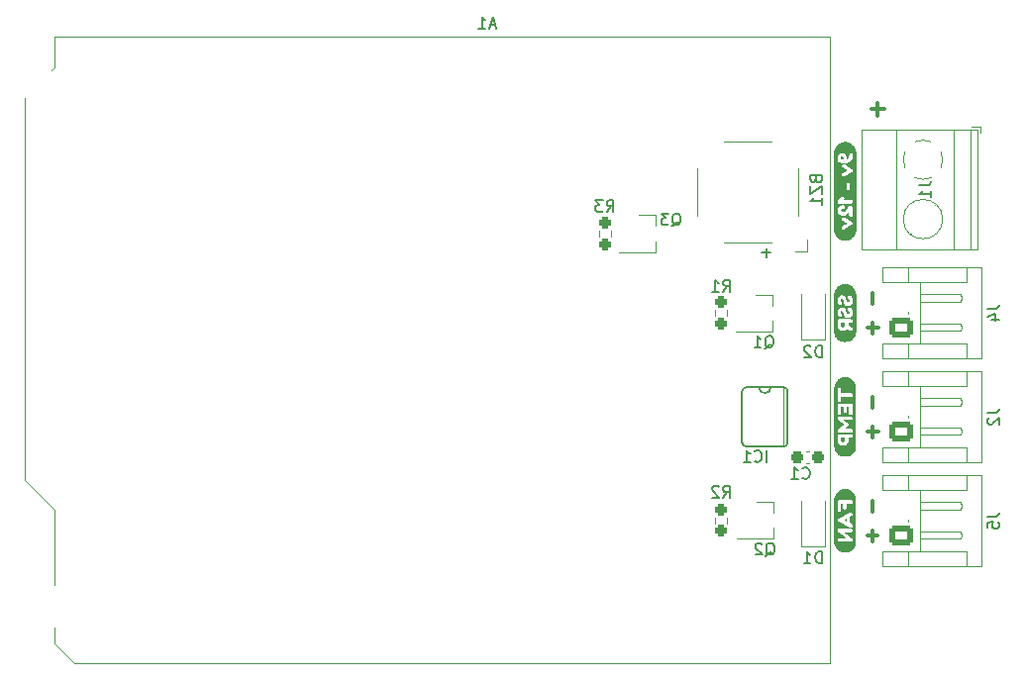
<source format=gbr>
G04 #@! TF.GenerationSoftware,KiCad,Pcbnew,(6.0.7)*
G04 #@! TF.CreationDate,2022-09-24T00:10:23+07:00*
G04 #@! TF.ProjectId,Reflow_Touch_shield_ESP32,5265666c-6f77-45f5-946f-7563685f7368,rev?*
G04 #@! TF.SameCoordinates,Original*
G04 #@! TF.FileFunction,Legend,Bot*
G04 #@! TF.FilePolarity,Positive*
%FSLAX46Y46*%
G04 Gerber Fmt 4.6, Leading zero omitted, Abs format (unit mm)*
G04 Created by KiCad (PCBNEW (6.0.7)) date 2022-09-24 00:10:23*
%MOMM*%
%LPD*%
G01*
G04 APERTURE LIST*
G04 Aperture macros list*
%AMRoundRect*
0 Rectangle with rounded corners*
0 $1 Rounding radius*
0 $2 $3 $4 $5 $6 $7 $8 $9 X,Y pos of 4 corners*
0 Add a 4 corners polygon primitive as box body*
4,1,4,$2,$3,$4,$5,$6,$7,$8,$9,$2,$3,0*
0 Add four circle primitives for the rounded corners*
1,1,$1+$1,$2,$3*
1,1,$1+$1,$4,$5*
1,1,$1+$1,$6,$7*
1,1,$1+$1,$8,$9*
0 Add four rect primitives between the rounded corners*
20,1,$1+$1,$2,$3,$4,$5,0*
20,1,$1+$1,$4,$5,$6,$7,0*
20,1,$1+$1,$6,$7,$8,$9,0*
20,1,$1+$1,$8,$9,$2,$3,0*%
G04 Aperture macros list end*
%ADD10C,0.375000*%
%ADD11C,0.300000*%
%ADD12C,0.150000*%
%ADD13C,0.120000*%
%ADD14C,0.050800*%
%ADD15C,0.152400*%
%ADD16RoundRect,0.250000X0.750000X-0.600000X0.750000X0.600000X-0.750000X0.600000X-0.750000X-0.600000X0*%
%ADD17O,2.000000X1.700000*%
%ADD18R,1.600000X1.600000*%
%ADD19O,1.600000X1.600000*%
%ADD20RoundRect,0.237500X0.237500X-0.250000X0.237500X0.250000X-0.237500X0.250000X-0.237500X-0.250000X0*%
%ADD21R,1.900000X0.800000*%
%ADD22R,1.200000X0.900000*%
%ADD23R,2.500000X2.500000*%
%ADD24R,2.600000X2.600000*%
%ADD25C,2.600000*%
%ADD26RoundRect,0.237500X-0.300000X-0.237500X0.300000X-0.237500X0.300000X0.237500X-0.300000X0.237500X0*%
%ADD27C,3.800000*%
%ADD28C,1.800000*%
%ADD29R,2.032000X0.660400*%
G04 APERTURE END LIST*
D10*
X159575428Y-52431142D02*
X158432571Y-52431142D01*
X159004000Y-53002571D02*
X159004000Y-51859714D01*
D11*
X158547545Y-88442857D02*
X158547545Y-89357142D01*
X159004688Y-88900000D02*
X158090402Y-88900000D01*
X158547545Y-85902857D02*
X158547545Y-86817142D01*
X158581714Y-79552857D02*
X158581714Y-80467142D01*
X159038857Y-80010000D02*
X158124571Y-80010000D01*
X158581714Y-77012857D02*
X158581714Y-77927142D01*
X158581714Y-68122857D02*
X158581714Y-69037142D01*
X158581714Y-70662857D02*
X158581714Y-71577142D01*
X159038857Y-71120000D02*
X158124571Y-71120000D01*
D12*
X168388380Y-87276666D02*
X169102666Y-87276666D01*
X169245523Y-87229047D01*
X169340761Y-87133809D01*
X169388380Y-86990952D01*
X169388380Y-86895714D01*
X168388380Y-88229047D02*
X168388380Y-87752857D01*
X168864571Y-87705238D01*
X168816952Y-87752857D01*
X168769333Y-87848095D01*
X168769333Y-88086190D01*
X168816952Y-88181428D01*
X168864571Y-88229047D01*
X168959809Y-88276666D01*
X169197904Y-88276666D01*
X169293142Y-88229047D01*
X169340761Y-88181428D01*
X169388380Y-88086190D01*
X169388380Y-87848095D01*
X169340761Y-87752857D01*
X169293142Y-87705238D01*
X168388380Y-78386666D02*
X169102666Y-78386666D01*
X169245523Y-78339047D01*
X169340761Y-78243809D01*
X169388380Y-78100952D01*
X169388380Y-78005714D01*
X168483619Y-78815238D02*
X168436000Y-78862857D01*
X168388380Y-78958095D01*
X168388380Y-79196190D01*
X168436000Y-79291428D01*
X168483619Y-79339047D01*
X168578857Y-79386666D01*
X168674095Y-79386666D01*
X168816952Y-79339047D01*
X169388380Y-78767619D01*
X169388380Y-79386666D01*
X168388380Y-69496666D02*
X169102666Y-69496666D01*
X169245523Y-69449047D01*
X169340761Y-69353809D01*
X169388380Y-69210952D01*
X169388380Y-69115714D01*
X168721714Y-70401428D02*
X169388380Y-70401428D01*
X168340761Y-70163333D02*
X169055047Y-69925238D01*
X169055047Y-70544285D01*
X126317285Y-45226666D02*
X125841095Y-45226666D01*
X126412523Y-45512380D02*
X126079190Y-44512380D01*
X125745857Y-45512380D01*
X124888714Y-45512380D02*
X125460142Y-45512380D01*
X125174428Y-45512380D02*
X125174428Y-44512380D01*
X125269666Y-44655238D01*
X125364904Y-44750476D01*
X125460142Y-44798095D01*
X135828066Y-61209180D02*
X136161400Y-60732990D01*
X136399495Y-61209180D02*
X136399495Y-60209180D01*
X136018542Y-60209180D01*
X135923304Y-60256800D01*
X135875685Y-60304419D01*
X135828066Y-60399657D01*
X135828066Y-60542514D01*
X135875685Y-60637752D01*
X135923304Y-60685371D01*
X136018542Y-60732990D01*
X136399495Y-60732990D01*
X135494733Y-60209180D02*
X134875685Y-60209180D01*
X135209019Y-60590133D01*
X135066161Y-60590133D01*
X134970923Y-60637752D01*
X134923304Y-60685371D01*
X134875685Y-60780609D01*
X134875685Y-61018704D01*
X134923304Y-61113942D01*
X134970923Y-61161561D01*
X135066161Y-61209180D01*
X135351876Y-61209180D01*
X135447114Y-61161561D01*
X135494733Y-61113942D01*
X145784866Y-85643980D02*
X146118200Y-85167790D01*
X146356295Y-85643980D02*
X146356295Y-84643980D01*
X145975342Y-84643980D01*
X145880104Y-84691600D01*
X145832485Y-84739219D01*
X145784866Y-84834457D01*
X145784866Y-84977314D01*
X145832485Y-85072552D01*
X145880104Y-85120171D01*
X145975342Y-85167790D01*
X146356295Y-85167790D01*
X145403914Y-84739219D02*
X145356295Y-84691600D01*
X145261057Y-84643980D01*
X145022961Y-84643980D01*
X144927723Y-84691600D01*
X144880104Y-84739219D01*
X144832485Y-84834457D01*
X144832485Y-84929695D01*
X144880104Y-85072552D01*
X145451533Y-85643980D01*
X144832485Y-85643980D01*
X145784866Y-68016380D02*
X146118200Y-67540190D01*
X146356295Y-68016380D02*
X146356295Y-67016380D01*
X145975342Y-67016380D01*
X145880104Y-67064000D01*
X145832485Y-67111619D01*
X145784866Y-67206857D01*
X145784866Y-67349714D01*
X145832485Y-67444952D01*
X145880104Y-67492571D01*
X145975342Y-67540190D01*
X146356295Y-67540190D01*
X144832485Y-68016380D02*
X145403914Y-68016380D01*
X145118200Y-68016380D02*
X145118200Y-67016380D01*
X145213438Y-67159238D01*
X145308676Y-67254476D01*
X145403914Y-67302095D01*
X141395438Y-62422019D02*
X141490676Y-62374400D01*
X141585914Y-62279161D01*
X141728771Y-62136304D01*
X141824009Y-62088685D01*
X141919247Y-62088685D01*
X141871628Y-62326780D02*
X141966866Y-62279161D01*
X142062104Y-62183923D01*
X142109723Y-61993447D01*
X142109723Y-61660114D01*
X142062104Y-61469638D01*
X141966866Y-61374400D01*
X141871628Y-61326780D01*
X141681152Y-61326780D01*
X141585914Y-61374400D01*
X141490676Y-61469638D01*
X141443057Y-61660114D01*
X141443057Y-61993447D01*
X141490676Y-62183923D01*
X141585914Y-62279161D01*
X141681152Y-62326780D01*
X141871628Y-62326780D01*
X141109723Y-61326780D02*
X140490676Y-61326780D01*
X140824009Y-61707733D01*
X140681152Y-61707733D01*
X140585914Y-61755352D01*
X140538295Y-61802971D01*
X140490676Y-61898209D01*
X140490676Y-62136304D01*
X140538295Y-62231542D01*
X140585914Y-62279161D01*
X140681152Y-62326780D01*
X140966866Y-62326780D01*
X141062104Y-62279161D01*
X141109723Y-62231542D01*
X149421838Y-90626819D02*
X149517076Y-90579200D01*
X149612314Y-90483961D01*
X149755171Y-90341104D01*
X149850409Y-90293485D01*
X149945647Y-90293485D01*
X149898028Y-90531580D02*
X149993266Y-90483961D01*
X150088504Y-90388723D01*
X150136123Y-90198247D01*
X150136123Y-89864914D01*
X150088504Y-89674438D01*
X149993266Y-89579200D01*
X149898028Y-89531580D01*
X149707552Y-89531580D01*
X149612314Y-89579200D01*
X149517076Y-89674438D01*
X149469457Y-89864914D01*
X149469457Y-90198247D01*
X149517076Y-90388723D01*
X149612314Y-90483961D01*
X149707552Y-90531580D01*
X149898028Y-90531580D01*
X149088504Y-89626819D02*
X149040885Y-89579200D01*
X148945647Y-89531580D01*
X148707552Y-89531580D01*
X148612314Y-89579200D01*
X148564695Y-89626819D01*
X148517076Y-89722057D01*
X148517076Y-89817295D01*
X148564695Y-89960152D01*
X149136123Y-90531580D01*
X148517076Y-90531580D01*
X149345638Y-72897619D02*
X149440876Y-72850000D01*
X149536114Y-72754761D01*
X149678971Y-72611904D01*
X149774209Y-72564285D01*
X149869447Y-72564285D01*
X149821828Y-72802380D02*
X149917066Y-72754761D01*
X150012304Y-72659523D01*
X150059923Y-72469047D01*
X150059923Y-72135714D01*
X150012304Y-71945238D01*
X149917066Y-71850000D01*
X149821828Y-71802380D01*
X149631352Y-71802380D01*
X149536114Y-71850000D01*
X149440876Y-71945238D01*
X149393257Y-72135714D01*
X149393257Y-72469047D01*
X149440876Y-72659523D01*
X149536114Y-72754761D01*
X149631352Y-72802380D01*
X149821828Y-72802380D01*
X148440876Y-72802380D02*
X149012304Y-72802380D01*
X148726590Y-72802380D02*
X148726590Y-71802380D01*
X148821828Y-71945238D01*
X148917066Y-72040476D01*
X149012304Y-72088095D01*
X154204895Y-73629780D02*
X154204895Y-72629780D01*
X153966800Y-72629780D01*
X153823942Y-72677400D01*
X153728704Y-72772638D01*
X153681085Y-72867876D01*
X153633466Y-73058352D01*
X153633466Y-73201209D01*
X153681085Y-73391685D01*
X153728704Y-73486923D01*
X153823942Y-73582161D01*
X153966800Y-73629780D01*
X154204895Y-73629780D01*
X153252514Y-72725019D02*
X153204895Y-72677400D01*
X153109657Y-72629780D01*
X152871561Y-72629780D01*
X152776323Y-72677400D01*
X152728704Y-72725019D01*
X152681085Y-72820257D01*
X152681085Y-72915495D01*
X152728704Y-73058352D01*
X153300133Y-73629780D01*
X152681085Y-73629780D01*
X154204895Y-91257380D02*
X154204895Y-90257380D01*
X153966800Y-90257380D01*
X153823942Y-90305000D01*
X153728704Y-90400238D01*
X153681085Y-90495476D01*
X153633466Y-90685952D01*
X153633466Y-90828809D01*
X153681085Y-91019285D01*
X153728704Y-91114523D01*
X153823942Y-91209761D01*
X153966800Y-91257380D01*
X154204895Y-91257380D01*
X152681085Y-91257380D02*
X153252514Y-91257380D01*
X152966800Y-91257380D02*
X152966800Y-90257380D01*
X153062038Y-90400238D01*
X153157276Y-90495476D01*
X153252514Y-90543095D01*
X153707371Y-58431247D02*
X153754990Y-58574104D01*
X153802609Y-58621723D01*
X153897847Y-58669342D01*
X154040704Y-58669342D01*
X154135942Y-58621723D01*
X154183561Y-58574104D01*
X154231180Y-58478866D01*
X154231180Y-58097914D01*
X153231180Y-58097914D01*
X153231180Y-58431247D01*
X153278800Y-58526485D01*
X153326419Y-58574104D01*
X153421657Y-58621723D01*
X153516895Y-58621723D01*
X153612133Y-58574104D01*
X153659752Y-58526485D01*
X153707371Y-58431247D01*
X153707371Y-58097914D01*
X153231180Y-59002676D02*
X153231180Y-59669342D01*
X154231180Y-59002676D01*
X154231180Y-59669342D01*
X154231180Y-60574104D02*
X154231180Y-60002676D01*
X154231180Y-60288390D02*
X153231180Y-60288390D01*
X153374038Y-60193152D01*
X153469276Y-60097914D01*
X153516895Y-60002676D01*
X149859752Y-64683628D02*
X149097847Y-64683628D01*
X149478800Y-65064580D02*
X149478800Y-64302676D01*
X162520380Y-58950266D02*
X163234666Y-58950266D01*
X163377523Y-58902647D01*
X163472761Y-58807409D01*
X163520380Y-58664552D01*
X163520380Y-58569314D01*
X163520380Y-59950266D02*
X163520380Y-59378838D01*
X163520380Y-59664552D02*
X162520380Y-59664552D01*
X162663238Y-59569314D01*
X162758476Y-59474076D01*
X162806095Y-59378838D01*
X152566666Y-83956142D02*
X152614285Y-84003761D01*
X152757142Y-84051380D01*
X152852380Y-84051380D01*
X152995238Y-84003761D01*
X153090476Y-83908523D01*
X153138095Y-83813285D01*
X153185714Y-83622809D01*
X153185714Y-83479952D01*
X153138095Y-83289476D01*
X153090476Y-83194238D01*
X152995238Y-83099000D01*
X152852380Y-83051380D01*
X152757142Y-83051380D01*
X152614285Y-83099000D01*
X152566666Y-83146619D01*
X151614285Y-84051380D02*
X152185714Y-84051380D01*
X151900000Y-84051380D02*
X151900000Y-83051380D01*
X151995238Y-83194238D01*
X152090476Y-83289476D01*
X152185714Y-83337095D01*
X149528190Y-82592380D02*
X149528190Y-81592380D01*
X148480571Y-82497142D02*
X148528190Y-82544761D01*
X148671047Y-82592380D01*
X148766285Y-82592380D01*
X148909142Y-82544761D01*
X149004380Y-82449523D01*
X149052000Y-82354285D01*
X149099619Y-82163809D01*
X149099619Y-82020952D01*
X149052000Y-81830476D01*
X149004380Y-81735238D01*
X148909142Y-81640000D01*
X148766285Y-81592380D01*
X148671047Y-81592380D01*
X148528190Y-81640000D01*
X148480571Y-81687619D01*
X147528190Y-82592380D02*
X148099619Y-82592380D01*
X147813904Y-82592380D02*
X147813904Y-81592380D01*
X147909142Y-81735238D01*
X148004380Y-81830476D01*
X148099619Y-81878095D01*
D13*
X166046000Y-86040000D02*
X162626000Y-86040000D01*
X166626000Y-84970000D02*
X161626000Y-84970000D01*
X162626000Y-90250000D02*
X162626000Y-84970000D01*
X159426000Y-84970000D02*
X161626000Y-84970000D01*
X166126000Y-86360000D02*
X166046000Y-86040000D01*
X162626000Y-86040000D02*
X162626000Y-86360000D01*
X161626000Y-87690000D02*
X161626000Y-87530000D01*
X167846000Y-83750000D02*
X159426000Y-83750000D01*
X166626000Y-90250000D02*
X161626000Y-90250000D01*
X166626000Y-91470000D02*
X166626000Y-90250000D01*
X162626000Y-88860000D02*
X162626000Y-89180000D01*
X162626000Y-89180000D02*
X166046000Y-89180000D01*
X166126000Y-88860000D02*
X166046000Y-88540000D01*
X159426000Y-90250000D02*
X159426000Y-91470000D01*
X162626000Y-86360000D02*
X162626000Y-86680000D01*
X159426000Y-83750000D02*
X159426000Y-84970000D01*
X167846000Y-91470000D02*
X167846000Y-83750000D01*
X166046000Y-86680000D02*
X166126000Y-86360000D01*
X166046000Y-89180000D02*
X166126000Y-88860000D01*
X159426000Y-91470000D02*
X167846000Y-91470000D01*
X162626000Y-88540000D02*
X162626000Y-88860000D01*
X161626000Y-84970000D02*
X161626000Y-83750000D01*
X161626000Y-90250000D02*
X161626000Y-91470000D01*
X166046000Y-88540000D02*
X162626000Y-88540000D01*
X166626000Y-83750000D02*
X166626000Y-84970000D01*
X161626000Y-90250000D02*
X159426000Y-90250000D01*
X162626000Y-86680000D02*
X166046000Y-86680000D01*
X162626000Y-77790000D02*
X166046000Y-77790000D01*
X161626000Y-81360000D02*
X159426000Y-81360000D01*
X166626000Y-74860000D02*
X166626000Y-76080000D01*
X166046000Y-79650000D02*
X162626000Y-79650000D01*
X161626000Y-81360000D02*
X161626000Y-82580000D01*
X161626000Y-76080000D02*
X161626000Y-74860000D01*
X162626000Y-79650000D02*
X162626000Y-79970000D01*
X159426000Y-82580000D02*
X167846000Y-82580000D01*
X166046000Y-80290000D02*
X166126000Y-79970000D01*
X166046000Y-77790000D02*
X166126000Y-77470000D01*
X167846000Y-82580000D02*
X167846000Y-74860000D01*
X159426000Y-74860000D02*
X159426000Y-76080000D01*
X162626000Y-77470000D02*
X162626000Y-77790000D01*
X159426000Y-81360000D02*
X159426000Y-82580000D01*
X166126000Y-79970000D02*
X166046000Y-79650000D01*
X162626000Y-80290000D02*
X166046000Y-80290000D01*
X162626000Y-79970000D02*
X162626000Y-80290000D01*
X166626000Y-82580000D02*
X166626000Y-81360000D01*
X166626000Y-81360000D02*
X161626000Y-81360000D01*
X167846000Y-74860000D02*
X159426000Y-74860000D01*
X161626000Y-78800000D02*
X161626000Y-78640000D01*
X162626000Y-77150000D02*
X162626000Y-77470000D01*
X166126000Y-77470000D02*
X166046000Y-77150000D01*
X159426000Y-76080000D02*
X161626000Y-76080000D01*
X162626000Y-81360000D02*
X162626000Y-76080000D01*
X166626000Y-76080000D02*
X161626000Y-76080000D01*
X166046000Y-77150000D02*
X162626000Y-77150000D01*
X162626000Y-68900000D02*
X166046000Y-68900000D01*
X161626000Y-72470000D02*
X159426000Y-72470000D01*
X166626000Y-65970000D02*
X166626000Y-67190000D01*
X166046000Y-70760000D02*
X162626000Y-70760000D01*
X161626000Y-72470000D02*
X161626000Y-73690000D01*
X161626000Y-67190000D02*
X161626000Y-65970000D01*
X162626000Y-70760000D02*
X162626000Y-71080000D01*
X159426000Y-73690000D02*
X167846000Y-73690000D01*
X166046000Y-71400000D02*
X166126000Y-71080000D01*
X166046000Y-68900000D02*
X166126000Y-68580000D01*
X167846000Y-73690000D02*
X167846000Y-65970000D01*
X159426000Y-65970000D02*
X159426000Y-67190000D01*
X162626000Y-68580000D02*
X162626000Y-68900000D01*
X159426000Y-72470000D02*
X159426000Y-73690000D01*
X166126000Y-71080000D02*
X166046000Y-70760000D01*
X162626000Y-71400000D02*
X166046000Y-71400000D01*
X162626000Y-71080000D02*
X162626000Y-71400000D01*
X166626000Y-73690000D02*
X166626000Y-72470000D01*
X166626000Y-72470000D02*
X161626000Y-72470000D01*
X167846000Y-65970000D02*
X159426000Y-65970000D01*
X161626000Y-69910000D02*
X161626000Y-69750000D01*
X162626000Y-68260000D02*
X162626000Y-68580000D01*
X166126000Y-68580000D02*
X166046000Y-68260000D01*
X159426000Y-67190000D02*
X161626000Y-67190000D01*
X162626000Y-72470000D02*
X162626000Y-67190000D01*
X166626000Y-67190000D02*
X161626000Y-67190000D01*
X166046000Y-68260000D02*
X162626000Y-68260000D01*
G36*
X157151331Y-62803950D02*
G01*
X157137710Y-62895771D01*
X157115156Y-62985813D01*
X157083884Y-63073212D01*
X157044196Y-63157125D01*
X156996475Y-63236743D01*
X156941179Y-63311301D01*
X156878842Y-63380079D01*
X156810063Y-63442417D01*
X156735506Y-63497712D01*
X156655887Y-63545434D01*
X156571975Y-63585122D01*
X156484576Y-63616393D01*
X156394533Y-63638948D01*
X156302713Y-63652568D01*
X156210000Y-63657123D01*
X156117287Y-63652568D01*
X156025467Y-63638948D01*
X155935424Y-63616393D01*
X155848025Y-63585122D01*
X155764113Y-63545434D01*
X155684494Y-63497712D01*
X155609937Y-63442417D01*
X155541158Y-63380079D01*
X155478821Y-63311301D01*
X155423525Y-63236743D01*
X155375804Y-63157125D01*
X155336116Y-63073212D01*
X155304844Y-62985813D01*
X155282290Y-62895771D01*
X155268669Y-62803950D01*
X155264115Y-62711237D01*
X155264115Y-61844952D01*
X155918376Y-61844952D01*
X155941951Y-61905198D01*
X156012674Y-61951473D01*
X156452729Y-62180232D01*
X156012674Y-62408991D01*
X155964652Y-62437804D01*
X155934966Y-62468363D01*
X155920122Y-62524243D01*
X155956794Y-62620287D01*
X156012674Y-62688391D01*
X156072046Y-62711092D01*
X156168090Y-62676167D01*
X156788009Y-62314693D01*
X156841269Y-62258813D01*
X156864844Y-62182851D01*
X156846508Y-62111255D01*
X156808964Y-62063233D01*
X156789755Y-62047517D01*
X156168090Y-61684297D01*
X156073792Y-61649372D01*
X156013110Y-61672073D01*
X155956794Y-61740177D01*
X155918376Y-61844952D01*
X155264115Y-61844952D01*
X155264115Y-61073983D01*
X155556902Y-61073983D01*
X155573104Y-61205436D01*
X155621708Y-61319234D01*
X155702714Y-61415374D01*
X155804482Y-61488135D01*
X155915369Y-61531791D01*
X156035375Y-61546343D01*
X156132292Y-61535429D01*
X156223970Y-61502687D01*
X156304298Y-61454665D01*
X156367163Y-61397912D01*
X156463643Y-61275674D01*
X156522579Y-61167407D01*
X156540041Y-61123751D01*
X156548773Y-61123751D01*
X156548773Y-61443314D01*
X156565362Y-61545470D01*
X156616003Y-61586507D01*
X156705062Y-61596984D01*
X156793248Y-61585634D01*
X156838650Y-61548089D01*
X156859605Y-61439822D01*
X156859605Y-60757038D01*
X156812456Y-60648771D01*
X156702442Y-60603368D01*
X156611856Y-60619739D01*
X156528691Y-60668853D01*
X156454912Y-60741104D01*
X156392483Y-60826888D01*
X156336167Y-60919439D01*
X156280723Y-61011991D01*
X156222005Y-61097775D01*
X156155866Y-61170026D01*
X156083833Y-61219140D01*
X156007435Y-61235511D01*
X155962906Y-61223287D01*
X155915757Y-61196220D01*
X155881705Y-61149944D01*
X155865989Y-61062632D01*
X155907026Y-60965715D01*
X155988226Y-60919439D01*
X156028390Y-60912454D01*
X156038867Y-60912454D01*
X156096494Y-60909835D01*
X156140150Y-60893246D01*
X156171583Y-60846097D01*
X156182060Y-60757038D01*
X156165471Y-60659685D01*
X156115703Y-60612099D01*
X156026644Y-60603368D01*
X155909742Y-60617823D01*
X155801183Y-60661188D01*
X155700968Y-60733464D01*
X155620932Y-60829119D01*
X155572910Y-60942626D01*
X155556902Y-61073983D01*
X155264115Y-61073983D01*
X155264115Y-60328334D01*
X155574365Y-60328334D01*
X155583096Y-60411281D01*
X155603178Y-60456683D01*
X155640722Y-60481131D01*
X155733274Y-60489862D01*
X156705935Y-60489862D01*
X156766181Y-60487243D01*
X156812456Y-60470653D01*
X156847818Y-60424378D01*
X156859605Y-60334446D01*
X156848254Y-60246697D01*
X156814203Y-60199984D01*
X156766181Y-60183395D01*
X156702442Y-60180776D01*
X156079031Y-60180776D01*
X156099986Y-60158074D01*
X156154120Y-60035837D01*
X156093001Y-59930189D01*
X155984734Y-59875182D01*
X155881705Y-59938047D01*
X155623260Y-60224432D01*
X155619767Y-60229671D01*
X155574365Y-60328334D01*
X155264115Y-60328334D01*
X155264115Y-59237801D01*
X156337476Y-59237801D01*
X156351883Y-59315509D01*
X156395103Y-59353053D01*
X156475430Y-59363531D01*
X156554884Y-59353926D01*
X156597668Y-59323367D01*
X156613384Y-59236054D01*
X156613384Y-58820447D01*
X156598541Y-58742302D01*
X156554011Y-58703448D01*
X156473684Y-58694717D01*
X156395103Y-58705194D01*
X156353193Y-58738373D01*
X156337476Y-58822193D01*
X156337476Y-59237801D01*
X155264115Y-59237801D01*
X155264115Y-57316926D01*
X155918376Y-57316926D01*
X155941951Y-57377171D01*
X156012674Y-57423447D01*
X156452729Y-57652206D01*
X156012674Y-57880964D01*
X155964652Y-57909778D01*
X155934966Y-57940337D01*
X155920122Y-57996217D01*
X155956794Y-58092261D01*
X156012674Y-58160364D01*
X156072046Y-58183066D01*
X156168090Y-58148141D01*
X156788009Y-57786667D01*
X156841269Y-57730787D01*
X156864844Y-57654825D01*
X156846508Y-57583229D01*
X156808964Y-57535207D01*
X156789755Y-57519491D01*
X156168090Y-57156271D01*
X156073792Y-57121346D01*
X156013110Y-57144047D01*
X155956794Y-57212151D01*
X155918376Y-57316926D01*
X155264115Y-57316926D01*
X155264115Y-56592232D01*
X155555156Y-56592232D01*
X155571358Y-56732126D01*
X155619962Y-56846796D01*
X155700968Y-56936243D01*
X155807586Y-57000272D01*
X155933025Y-57038690D01*
X156077285Y-57051496D01*
X156206298Y-57043952D01*
X156326510Y-57021320D01*
X156437921Y-56983601D01*
X156540530Y-56930795D01*
X156634339Y-56862901D01*
X156714806Y-56781945D01*
X156777392Y-56689952D01*
X156822096Y-56586923D01*
X156848918Y-56472858D01*
X156857859Y-56347757D01*
X156857859Y-56337279D01*
X156840396Y-56242982D01*
X156791065Y-56206311D01*
X156702442Y-56194087D01*
X156605526Y-56210676D01*
X156559250Y-56260444D01*
X156548773Y-56361727D01*
X156524325Y-56500554D01*
X156464952Y-56604456D01*
X156396849Y-56666011D01*
X156335730Y-56700499D01*
X156311283Y-56709231D01*
X156340969Y-56578262D01*
X156328260Y-56469509D01*
X156290133Y-56371428D01*
X156226589Y-56284019D01*
X156147135Y-56215624D01*
X156061278Y-56174587D01*
X155969017Y-56160908D01*
X155857840Y-56174878D01*
X155759467Y-56216788D01*
X155673901Y-56286638D01*
X155607932Y-56376473D01*
X155568350Y-56478338D01*
X155555156Y-56592232D01*
X155264115Y-56592232D01*
X155264115Y-56160763D01*
X155268669Y-56068050D01*
X155282290Y-55976230D01*
X155304844Y-55886187D01*
X155336116Y-55798788D01*
X155375804Y-55714875D01*
X155423525Y-55635257D01*
X155478821Y-55560699D01*
X155541158Y-55491921D01*
X155609937Y-55429583D01*
X155684494Y-55374288D01*
X155764113Y-55326566D01*
X155848025Y-55286878D01*
X155935424Y-55255607D01*
X156025467Y-55233052D01*
X156117287Y-55219432D01*
X156210000Y-55214877D01*
X156302713Y-55219432D01*
X156394533Y-55233052D01*
X156484576Y-55255607D01*
X156571975Y-55286878D01*
X156655887Y-55326566D01*
X156735506Y-55374288D01*
X156810063Y-55429583D01*
X156878842Y-55491921D01*
X156941179Y-55560699D01*
X156996475Y-55635257D01*
X157044196Y-55714875D01*
X157083884Y-55798788D01*
X157115156Y-55886187D01*
X157137710Y-55976230D01*
X157151331Y-56068050D01*
X157155885Y-56160763D01*
X157155885Y-62711237D01*
X157151331Y-62803950D01*
G37*
G36*
X156033629Y-56495315D02*
G01*
X156068554Y-56593978D01*
X156036248Y-56697880D01*
X155971637Y-56733678D01*
X155920996Y-56729313D01*
X155881705Y-56710977D01*
X155841541Y-56599217D01*
X155870791Y-56498371D01*
X155958540Y-56464756D01*
X156033629Y-56495315D01*
G37*
G36*
X157137428Y-81303306D02*
G01*
X157124009Y-81393770D01*
X157101787Y-81482483D01*
X157070978Y-81568591D01*
X157031876Y-81651264D01*
X156984859Y-81729707D01*
X156930380Y-81803163D01*
X156868964Y-81870926D01*
X156801201Y-81932343D01*
X156727744Y-81986822D01*
X156649302Y-82033838D01*
X156566629Y-82072940D01*
X156480521Y-82103750D01*
X156391808Y-82125971D01*
X156301344Y-82139390D01*
X156210000Y-82143878D01*
X156118656Y-82139390D01*
X156028192Y-82125971D01*
X155939479Y-82103750D01*
X155853371Y-82072940D01*
X155770698Y-82033838D01*
X155692256Y-81986822D01*
X155618799Y-81932343D01*
X155551036Y-81870926D01*
X155489620Y-81803163D01*
X155435141Y-81729707D01*
X155388124Y-81651264D01*
X155349022Y-81568591D01*
X155318213Y-81482483D01*
X155295991Y-81393770D01*
X155282572Y-81303306D01*
X155278085Y-81211962D01*
X155278085Y-80750807D01*
X155570872Y-80750807D01*
X155583290Y-80852283D01*
X155620544Y-80951820D01*
X155682632Y-81049416D01*
X155746371Y-81114463D01*
X155829317Y-81166414D01*
X155927107Y-81200466D01*
X156035375Y-81211817D01*
X156143424Y-81200466D01*
X156240559Y-81166414D01*
X156322851Y-81114463D01*
X156386371Y-81049416D01*
X156448460Y-80951626D01*
X156485713Y-80851507D01*
X156498131Y-80749061D01*
X156498131Y-80530779D01*
X156695458Y-80530779D01*
X156755703Y-80528160D01*
X156801979Y-80511571D01*
X156837340Y-80465295D01*
X156849128Y-80375363D01*
X156832975Y-80278446D01*
X156784516Y-80232171D01*
X156693711Y-80221693D01*
X155724542Y-80221693D01*
X155664297Y-80224313D01*
X155618021Y-80240902D01*
X155582660Y-80287178D01*
X155570872Y-80377109D01*
X155570872Y-80750807D01*
X155278085Y-80750807D01*
X155278085Y-79927450D01*
X155572619Y-79927450D01*
X155584406Y-80016727D01*
X155619767Y-80062784D01*
X155666916Y-80079374D01*
X155728035Y-80081993D01*
X156697204Y-80081993D01*
X156792811Y-80065404D01*
X156838650Y-80015636D01*
X156849128Y-79931816D01*
X156840396Y-79851488D01*
X156819441Y-79806086D01*
X156784516Y-79781638D01*
X156693711Y-79772907D01*
X156108717Y-79772907D01*
X156178786Y-79719210D01*
X156280723Y-79645431D01*
X156376549Y-79576890D01*
X156428281Y-79538909D01*
X156469318Y-79507477D01*
X156500751Y-79464694D01*
X156520832Y-79391351D01*
X156502497Y-79319755D01*
X156466699Y-79273479D01*
X156447490Y-79259509D01*
X156379168Y-79207558D01*
X156261514Y-79121556D01*
X156152155Y-79042101D01*
X156108717Y-79009796D01*
X156697204Y-79009796D01*
X156757449Y-79007176D01*
X156801979Y-78990587D01*
X156837340Y-78943438D01*
X156849128Y-78854379D01*
X156837340Y-78767940D01*
X156801979Y-78721664D01*
X156756576Y-78705075D01*
X156693711Y-78702456D01*
X155724542Y-78702456D01*
X155664297Y-78705075D01*
X155618021Y-78721664D01*
X155583969Y-78768813D01*
X155572619Y-78857872D01*
X155583969Y-78939073D01*
X155607544Y-78983602D01*
X155618021Y-78994079D01*
X156138404Y-79390478D01*
X155991928Y-79501330D01*
X155866827Y-79596396D01*
X155763100Y-79675676D01*
X155680747Y-79739169D01*
X155619767Y-79786877D01*
X155584406Y-79836863D01*
X155572619Y-79927450D01*
X155278085Y-79927450D01*
X155278085Y-78435279D01*
X155570872Y-78435279D01*
X155573492Y-78495525D01*
X155590081Y-78541801D01*
X155636357Y-78577162D01*
X155726289Y-78588949D01*
X155823206Y-78572797D01*
X155869481Y-78524338D01*
X155879959Y-78433533D01*
X155879959Y-77897434D01*
X156056330Y-77897434D01*
X156056330Y-78243192D01*
X156058949Y-78303438D01*
X156075539Y-78349713D01*
X156121814Y-78385075D01*
X156211746Y-78396862D01*
X156308663Y-78380273D01*
X156354939Y-78330504D01*
X156365416Y-78239699D01*
X156365416Y-77897434D01*
X156541787Y-77897434D01*
X156541787Y-78435279D01*
X156544407Y-78495525D01*
X156560996Y-78541801D01*
X156607272Y-78577162D01*
X156697204Y-78588949D01*
X156794121Y-78572797D01*
X156840396Y-78524338D01*
X156850874Y-78433533D01*
X156850874Y-77742018D01*
X156834284Y-77645101D01*
X156784516Y-77598826D01*
X156695458Y-77588348D01*
X155724542Y-77588348D01*
X155603178Y-77621527D01*
X155570872Y-77747257D01*
X155570872Y-78435279D01*
X155278085Y-78435279D01*
X155278085Y-77366574D01*
X155569126Y-77366574D01*
X155582223Y-77448648D01*
X155623260Y-77483573D01*
X155696602Y-77492304D01*
X155769072Y-77483573D01*
X155806616Y-77453887D01*
X155822332Y-77364828D01*
X155822332Y-77031294D01*
X156700696Y-77031294D01*
X156760069Y-77028675D01*
X156804598Y-77012959D01*
X156840396Y-76966683D01*
X156850874Y-76879371D01*
X156840396Y-76792931D01*
X156804598Y-76747529D01*
X156759196Y-76731813D01*
X156698950Y-76729193D01*
X155822332Y-76729193D01*
X155822332Y-76393913D01*
X155809236Y-76311839D01*
X155768199Y-76276914D01*
X155694856Y-76268183D01*
X155622387Y-76276914D01*
X155584842Y-76306601D01*
X155569126Y-76395659D01*
X155569126Y-77366574D01*
X155278085Y-77366574D01*
X155278085Y-76268038D01*
X155282572Y-76176694D01*
X155295991Y-76086230D01*
X155318213Y-75997517D01*
X155349022Y-75911409D01*
X155388124Y-75828736D01*
X155435141Y-75750293D01*
X155489620Y-75676837D01*
X155551036Y-75609074D01*
X155618799Y-75547657D01*
X155692256Y-75493178D01*
X155770698Y-75446162D01*
X155853371Y-75407060D01*
X155939479Y-75376250D01*
X156028192Y-75354029D01*
X156118656Y-75340610D01*
X156210000Y-75336122D01*
X156301344Y-75340610D01*
X156391808Y-75354029D01*
X156480521Y-75376250D01*
X156566629Y-75407060D01*
X156649302Y-75446162D01*
X156727744Y-75493178D01*
X156801201Y-75547657D01*
X156868964Y-75609074D01*
X156930380Y-75676837D01*
X156984859Y-75750293D01*
X157031876Y-75828736D01*
X157070978Y-75911409D01*
X157101787Y-75997517D01*
X157124009Y-76086230D01*
X157137428Y-76176694D01*
X157141915Y-76268038D01*
X157141915Y-81211962D01*
X157137428Y-81303306D01*
G37*
G36*
X156189045Y-80750807D02*
G01*
X156150627Y-80853836D01*
X156035375Y-80904477D01*
X155919249Y-80853836D01*
X155879959Y-80749061D01*
X155879959Y-80530779D01*
X156189045Y-80530779D01*
X156189045Y-80750807D01*
G37*
G36*
X157145248Y-89505181D02*
G01*
X157131716Y-89596407D01*
X157109307Y-89685869D01*
X157078238Y-89772703D01*
X157038806Y-89856073D01*
X156991393Y-89935177D01*
X156936455Y-90009253D01*
X156874520Y-90077587D01*
X156806186Y-90139522D01*
X156732110Y-90194460D01*
X156653006Y-90241873D01*
X156569636Y-90281304D01*
X156482802Y-90312374D01*
X156393341Y-90334783D01*
X156302114Y-90348315D01*
X156210000Y-90352840D01*
X156117886Y-90348315D01*
X156026659Y-90334783D01*
X155937198Y-90312374D01*
X155850364Y-90281304D01*
X155766994Y-90241873D01*
X155687890Y-90194460D01*
X155613814Y-90139522D01*
X155545480Y-90077587D01*
X155483545Y-90009253D01*
X155428607Y-89935177D01*
X155381194Y-89856073D01*
X155341762Y-89772703D01*
X155310693Y-89685869D01*
X155288284Y-89596407D01*
X155274752Y-89505181D01*
X155270226Y-89413067D01*
X155270226Y-89254886D01*
X155563014Y-89254886D01*
X155571746Y-89335213D01*
X155592701Y-89380616D01*
X155629372Y-89402444D01*
X155718431Y-89412921D01*
X156687599Y-89412921D01*
X156748718Y-89410302D01*
X156794121Y-89393713D01*
X156829482Y-89347437D01*
X156841269Y-89257505D01*
X156830792Y-89163208D01*
X156797613Y-89119551D01*
X156633078Y-88996053D01*
X156488721Y-88887494D01*
X156364543Y-88793876D01*
X156260544Y-88715197D01*
X156176724Y-88651459D01*
X156113083Y-88602661D01*
X156687599Y-88602661D01*
X156748718Y-88600042D01*
X156794121Y-88583453D01*
X156829482Y-88537177D01*
X156841269Y-88447245D01*
X156829482Y-88359933D01*
X156794121Y-88314530D01*
X156746972Y-88297941D01*
X156685853Y-88295321D01*
X155711446Y-88295321D01*
X155614529Y-88311911D01*
X155573492Y-88361679D01*
X155563014Y-88447245D01*
X155572619Y-88530192D01*
X155594447Y-88572975D01*
X155639849Y-88613139D01*
X155797448Y-88729167D01*
X155936130Y-88831614D01*
X156055893Y-88920479D01*
X156156739Y-88995762D01*
X156238668Y-89057462D01*
X156301678Y-89105581D01*
X155711446Y-89105581D01*
X155614529Y-89122171D01*
X155573492Y-89171939D01*
X155563014Y-89254886D01*
X155270226Y-89254886D01*
X155270226Y-87558404D01*
X155561268Y-87558404D01*
X155583969Y-87640478D01*
X155652073Y-87698104D01*
X156626481Y-88169591D01*
X156715539Y-88199278D01*
X156775348Y-88173957D01*
X156829046Y-88097995D01*
X156858732Y-88004571D01*
X156843016Y-87948691D01*
X156809837Y-87917258D01*
X156757449Y-87890191D01*
X156568854Y-87799386D01*
X156568854Y-87315675D01*
X156757449Y-87224870D01*
X156808091Y-87197803D01*
X156840396Y-87166371D01*
X156856986Y-87110491D01*
X156827299Y-87017066D01*
X156774912Y-86941104D01*
X156715539Y-86915784D01*
X156626481Y-86945470D01*
X155650327Y-87416958D01*
X155585716Y-87475457D01*
X155561268Y-87558404D01*
X155270226Y-87558404D01*
X155270226Y-86694010D01*
X155561268Y-86694010D01*
X155563887Y-86754256D01*
X155580477Y-86799658D01*
X155627626Y-86835456D01*
X155716684Y-86845934D01*
X155805743Y-86835456D01*
X155852019Y-86798785D01*
X155867735Y-86752509D01*
X155870354Y-86690518D01*
X155870354Y-86156165D01*
X156046726Y-86156165D01*
X156046726Y-86500176D01*
X156049345Y-86562168D01*
X156065934Y-86608444D01*
X156113520Y-86642496D01*
X156203888Y-86653846D01*
X156301242Y-86637257D01*
X156348827Y-86587489D01*
X156357558Y-86498430D01*
X156357558Y-86156165D01*
X156687599Y-86156165D01*
X156748718Y-86153546D01*
X156794121Y-86136956D01*
X156829482Y-86090681D01*
X156841269Y-86000749D01*
X156824680Y-85903832D01*
X156774912Y-85857556D01*
X156685853Y-85847079D01*
X155714938Y-85847079D01*
X155593574Y-85880258D01*
X155561268Y-86005988D01*
X155561268Y-86694010D01*
X155270226Y-86694010D01*
X155270226Y-85846933D01*
X155274752Y-85754819D01*
X155288284Y-85663593D01*
X155310693Y-85574131D01*
X155341762Y-85487297D01*
X155381194Y-85403927D01*
X155428607Y-85324823D01*
X155483545Y-85250747D01*
X155545480Y-85182413D01*
X155613814Y-85120478D01*
X155687890Y-85065540D01*
X155766994Y-85018127D01*
X155850364Y-84978696D01*
X155937198Y-84947626D01*
X156026659Y-84925217D01*
X156117886Y-84911685D01*
X156210000Y-84907160D01*
X156302114Y-84911685D01*
X156393341Y-84925217D01*
X156482802Y-84947626D01*
X156569636Y-84978696D01*
X156653006Y-85018127D01*
X156732110Y-85065540D01*
X156806186Y-85120478D01*
X156874520Y-85182413D01*
X156936455Y-85250747D01*
X156991393Y-85324823D01*
X157038806Y-85403927D01*
X157078238Y-85487297D01*
X157109307Y-85574131D01*
X157131716Y-85663593D01*
X157145248Y-85754819D01*
X157149774Y-85846933D01*
X157149774Y-89413067D01*
X157145248Y-89505181D01*
G37*
G36*
X156310409Y-87673656D02*
G01*
X156071173Y-87556658D01*
X156310409Y-87441405D01*
X156310409Y-87673656D01*
G37*
G36*
X157155675Y-71477367D02*
G01*
X157141992Y-71569611D01*
X157119334Y-71660069D01*
X157087917Y-71747871D01*
X157048047Y-71832171D01*
X157000105Y-71912157D01*
X156944554Y-71987059D01*
X156881929Y-72056155D01*
X156812833Y-72118780D01*
X156737931Y-72174331D01*
X156657945Y-72222273D01*
X156573645Y-72262144D01*
X156485843Y-72293560D01*
X156395385Y-72316218D01*
X156303141Y-72329901D01*
X156210000Y-72334477D01*
X156116859Y-72329901D01*
X156024615Y-72316218D01*
X155934157Y-72293560D01*
X155846355Y-72262144D01*
X155762055Y-72222273D01*
X155682069Y-72174331D01*
X155607167Y-72118780D01*
X155538071Y-72056155D01*
X155475446Y-71987059D01*
X155419895Y-71912157D01*
X155371953Y-71832171D01*
X155332083Y-71747871D01*
X155300666Y-71660069D01*
X155278008Y-71569611D01*
X155264325Y-71477367D01*
X155259749Y-71384226D01*
X155259749Y-70910847D01*
X155571746Y-70910847D01*
X155584163Y-71012323D01*
X155621417Y-71111860D01*
X155683506Y-71209456D01*
X155747244Y-71273194D01*
X155830191Y-71324708D01*
X155927981Y-71358760D01*
X156036248Y-71370111D01*
X156160038Y-71355559D01*
X156268305Y-71311902D01*
X156361051Y-71239142D01*
X156432647Y-71269410D01*
X156524034Y-71308992D01*
X156635212Y-71357887D01*
X156726017Y-71384081D01*
X156787136Y-71357014D01*
X156837777Y-71275813D01*
X156862224Y-71185881D01*
X156845635Y-71130001D01*
X156811583Y-71097696D01*
X156761718Y-71074800D01*
X156656361Y-71029398D01*
X156495512Y-70961488D01*
X156499004Y-70907354D01*
X156499004Y-70687327D01*
X156696331Y-70687327D01*
X156756576Y-70684707D01*
X156802852Y-70668118D01*
X156838213Y-70621842D01*
X156850001Y-70531911D01*
X156833848Y-70434994D01*
X156785389Y-70388718D01*
X156694584Y-70378241D01*
X155725416Y-70378241D01*
X155665170Y-70380860D01*
X155618894Y-70397449D01*
X155583533Y-70443725D01*
X155571746Y-70533657D01*
X155571746Y-70910847D01*
X155259749Y-70910847D01*
X155259749Y-69782769D01*
X155550791Y-69782769D01*
X155557557Y-69882960D01*
X155577858Y-69973984D01*
X155632864Y-70093602D01*
X155666043Y-70137258D01*
X155751609Y-70191392D01*
X155847653Y-70149482D01*
X155913138Y-70089236D01*
X155934966Y-70027244D01*
X155900041Y-69936439D01*
X155882578Y-69916357D01*
X155859877Y-69889291D01*
X155837176Y-69795866D01*
X155864242Y-69701569D01*
X155939331Y-69664024D01*
X156017039Y-69708554D01*
X156057203Y-69819441D01*
X156070518Y-69888854D01*
X156089509Y-69964379D01*
X156113738Y-70039905D01*
X156142769Y-70109318D01*
X156185771Y-70170219D01*
X156251910Y-70220205D01*
X156338568Y-70253602D01*
X156443124Y-70264734D01*
X156549864Y-70253384D01*
X156643070Y-70219332D01*
X156719687Y-70166944D01*
X156776658Y-70100587D01*
X156828075Y-70004155D01*
X156858926Y-69903455D01*
X156869209Y-69798486D01*
X156864189Y-69718595D01*
X156849128Y-69643069D01*
X156799359Y-69524324D01*
X156744353Y-69445743D01*
X156691092Y-69395102D01*
X156671883Y-69379386D01*
X156571474Y-69333983D01*
X156519741Y-69352755D01*
X156453602Y-69409072D01*
X156411692Y-69501623D01*
X156433520Y-69560122D01*
X156499004Y-69637831D01*
X156555757Y-69707681D01*
X156582824Y-69791501D01*
X156568078Y-69881724D01*
X156523840Y-69935857D01*
X156450109Y-69953902D01*
X156382879Y-69909372D01*
X156343588Y-69798486D01*
X156327654Y-69729509D01*
X156304297Y-69655293D01*
X156274830Y-69581077D01*
X156240559Y-69512101D01*
X156193192Y-69451200D01*
X156124434Y-69401214D01*
X156036903Y-69367817D01*
X155933219Y-69356684D01*
X155835138Y-69369393D01*
X155745789Y-69407520D01*
X155665170Y-69471064D01*
X155601626Y-69556533D01*
X155563499Y-69660435D01*
X155550791Y-69782769D01*
X155259749Y-69782769D01*
X155259749Y-68764706D01*
X155550791Y-68764706D01*
X155557557Y-68864897D01*
X155577858Y-68955920D01*
X155632864Y-69075538D01*
X155666043Y-69119194D01*
X155751609Y-69173328D01*
X155847653Y-69131418D01*
X155913138Y-69071172D01*
X155934966Y-69009181D01*
X155900041Y-68918376D01*
X155882578Y-68898294D01*
X155859877Y-68871227D01*
X155837176Y-68777802D01*
X155864242Y-68683505D01*
X155939331Y-68645961D01*
X156017039Y-68690490D01*
X156057203Y-68801377D01*
X156070518Y-68870790D01*
X156089509Y-68946316D01*
X156113738Y-69021841D01*
X156142769Y-69091254D01*
X156185771Y-69152155D01*
X156251910Y-69202141D01*
X156338568Y-69235538D01*
X156443124Y-69246671D01*
X156549864Y-69235320D01*
X156643070Y-69201268D01*
X156719687Y-69148881D01*
X156776658Y-69082523D01*
X156828075Y-68986091D01*
X156858926Y-68885391D01*
X156869209Y-68780422D01*
X156864189Y-68700531D01*
X156849128Y-68625006D01*
X156799359Y-68506261D01*
X156744353Y-68427679D01*
X156691092Y-68377038D01*
X156671883Y-68361322D01*
X156571474Y-68315919D01*
X156519741Y-68334692D01*
X156453602Y-68391008D01*
X156411692Y-68483559D01*
X156433520Y-68542059D01*
X156499004Y-68619767D01*
X156555757Y-68689617D01*
X156582824Y-68773437D01*
X156568078Y-68863660D01*
X156523840Y-68917794D01*
X156450109Y-68935838D01*
X156382879Y-68891309D01*
X156343588Y-68780422D01*
X156327654Y-68711445D01*
X156304297Y-68637229D01*
X156274830Y-68563014D01*
X156240559Y-68494037D01*
X156193192Y-68433136D01*
X156124434Y-68383150D01*
X156036903Y-68349753D01*
X155933219Y-68338621D01*
X155835138Y-68351329D01*
X155745789Y-68389456D01*
X155665170Y-68453000D01*
X155601626Y-68538469D01*
X155563499Y-68642371D01*
X155550791Y-68764706D01*
X155259749Y-68764706D01*
X155259749Y-68315774D01*
X155264325Y-68222633D01*
X155278008Y-68130389D01*
X155300666Y-68039931D01*
X155332083Y-67952129D01*
X155371953Y-67867829D01*
X155419895Y-67787843D01*
X155475446Y-67712941D01*
X155538071Y-67643845D01*
X155607167Y-67581220D01*
X155682069Y-67525669D01*
X155762055Y-67477727D01*
X155846355Y-67437856D01*
X155934157Y-67406440D01*
X156024615Y-67383782D01*
X156116859Y-67370099D01*
X156210000Y-67365523D01*
X156303141Y-67370099D01*
X156395385Y-67383782D01*
X156485843Y-67406440D01*
X156573645Y-67437856D01*
X156657945Y-67477727D01*
X156737931Y-67525669D01*
X156812833Y-67581220D01*
X156881929Y-67643845D01*
X156944554Y-67712941D01*
X157000105Y-67787843D01*
X157048047Y-67867829D01*
X157087917Y-67952129D01*
X157119334Y-68039931D01*
X157141992Y-68130389D01*
X157155675Y-68222633D01*
X157160251Y-68315774D01*
X157160251Y-71384226D01*
X157155675Y-71477367D01*
G37*
G36*
X156189918Y-70910847D02*
G01*
X156151501Y-71012129D01*
X156036248Y-71062771D01*
X155920122Y-71012129D01*
X155880832Y-70907354D01*
X155880832Y-70687327D01*
X156189918Y-70687327D01*
X156189918Y-70910847D01*
G37*
X86103000Y-84180000D02*
X86103000Y-51410000D01*
X88643000Y-46200000D02*
X154943000Y-46200000D01*
X88643000Y-98150000D02*
X88643000Y-86720000D01*
X154943000Y-99800000D02*
X90293000Y-99800000D01*
X86103000Y-51410000D02*
X88643000Y-48870000D01*
X90293000Y-99800000D02*
X88643000Y-98150000D01*
X154943000Y-49380000D02*
X154943000Y-99800000D01*
X154943000Y-46200000D02*
X154943000Y-49380000D01*
X88643000Y-48870000D02*
X88643000Y-46200000D01*
X88643000Y-86720000D02*
X86103000Y-84180000D01*
X135164300Y-63322924D02*
X135164300Y-62813476D01*
X136209300Y-63322924D02*
X136209300Y-62813476D01*
X146140700Y-87833924D02*
X146140700Y-87324476D01*
X145095700Y-87833924D02*
X145095700Y-87324476D01*
X146140700Y-70104724D02*
X146140700Y-69595276D01*
X145095700Y-70104724D02*
X145095700Y-69595276D01*
X140002800Y-64648200D02*
X140002800Y-63718200D01*
X140002800Y-61488200D02*
X140002800Y-62418200D01*
X140002800Y-61488200D02*
X138542800Y-61488200D01*
X140002800Y-64648200D02*
X136842800Y-64648200D01*
X150086600Y-89159200D02*
X146926600Y-89159200D01*
X150086600Y-85999200D02*
X148626600Y-85999200D01*
X150086600Y-85999200D02*
X150086600Y-86929200D01*
X150086600Y-89159200D02*
X150086600Y-88229200D01*
X150010400Y-71430000D02*
X146850400Y-71430000D01*
X150010400Y-68270000D02*
X148550400Y-68270000D01*
X150010400Y-68270000D02*
X150010400Y-69200000D01*
X150010400Y-71430000D02*
X150010400Y-70500000D01*
X154466800Y-72125400D02*
X154466800Y-68225400D01*
X154466800Y-72125400D02*
X152466800Y-72125400D01*
X152466800Y-72125400D02*
X152466800Y-68225400D01*
X154466800Y-89854600D02*
X154466800Y-85954600D01*
X154466800Y-89854600D02*
X152466800Y-89854600D01*
X152466800Y-89854600D02*
X152466800Y-85954600D01*
X149878800Y-63862200D02*
X145878800Y-63862200D01*
X152228800Y-57512200D02*
X152228800Y-61512200D01*
X143528800Y-61512200D02*
X143528800Y-57512200D01*
X152928800Y-64562200D02*
X152928800Y-63562200D01*
X145878800Y-55162200D02*
X149878800Y-55162200D01*
X151928800Y-64562200D02*
X152928800Y-64562200D01*
X161590000Y-62893600D02*
X161626000Y-62858600D01*
X165465000Y-54143600D02*
X165465000Y-64423600D01*
X157604000Y-64423600D02*
X167525000Y-64423600D01*
X167525000Y-54143600D02*
X167525000Y-64423600D01*
X160564000Y-54143600D02*
X160564000Y-64423600D01*
X167765000Y-53903600D02*
X167765000Y-54403600D01*
X164104000Y-60789600D02*
X164139000Y-60754600D01*
X161796000Y-63098600D02*
X161842000Y-63051600D01*
X166965000Y-54143600D02*
X166965000Y-64423600D01*
X167025000Y-53903600D02*
X167765000Y-53903600D01*
X163888000Y-60596600D02*
X163934000Y-60549600D01*
X157604000Y-54143600D02*
X167525000Y-54143600D01*
X157604000Y-54143600D02*
X157604000Y-64423600D01*
X164545253Y-56772405D02*
G75*
G03*
X164400000Y-56059600I-1680254J28806D01*
G01*
X164399756Y-57426918D02*
G75*
G03*
X164545000Y-56743600I-1534756J683318D01*
G01*
X161329573Y-56060558D02*
G75*
G03*
X161330000Y-57427600I1535420J-683041D01*
G01*
X163548042Y-55208173D02*
G75*
G03*
X162181000Y-55208600I-683041J-1535420D01*
G01*
X162181958Y-58279026D02*
G75*
G03*
X163549000Y-58278600I683042J1535426D01*
G01*
X164545000Y-61823600D02*
G75*
G03*
X164545000Y-61823600I-1680000J0D01*
G01*
X152863333Y-81659000D02*
X153155867Y-81659000D01*
X152863333Y-82679000D02*
X153155867Y-82679000D01*
D14*
X150952200Y-76200000D02*
X150952200Y-81280000D01*
D15*
X147396200Y-80899000D02*
X147396200Y-76581000D01*
X151307800Y-76581000D02*
X151307800Y-80899000D01*
X147777200Y-76200000D02*
X150926800Y-76200000D01*
X150926800Y-81280000D02*
X147777200Y-81280000D01*
X147396200Y-80899000D02*
G75*
G03*
X147777200Y-81280000I381000J0D01*
G01*
X151307800Y-76581000D02*
G75*
G03*
X150926800Y-76200000I-380999J1D01*
G01*
X148844000Y-76200000D02*
G75*
G03*
X149860000Y-76200000I508000J0D01*
G01*
X150926800Y-81280000D02*
G75*
G03*
X151307800Y-80899000I0J381000D01*
G01*
X147777200Y-76200000D02*
G75*
G03*
X147396200Y-76581000I-1J-380999D01*
G01*
%LPC*%
D16*
X161036000Y-88860000D03*
D17*
X161036000Y-86360000D03*
X161036000Y-77470000D03*
D16*
X161036000Y-79970000D03*
D17*
X161036000Y-68580000D03*
D16*
X161036000Y-71080000D03*
D18*
X126873000Y-48870000D03*
D19*
X124333000Y-48870000D03*
X121793000Y-48870000D03*
X119253000Y-48870000D03*
X116713000Y-48870000D03*
X114173000Y-48870000D03*
X111633000Y-48870000D03*
X109093000Y-48870000D03*
X104013000Y-48870000D03*
X101473000Y-48870000D03*
X98933000Y-48870000D03*
X96393000Y-48870000D03*
X93853000Y-48870000D03*
X91313000Y-48870000D03*
X91313000Y-97130000D03*
X93853000Y-97130000D03*
X96393000Y-97130000D03*
X98933000Y-97130000D03*
X101473000Y-97130000D03*
X104013000Y-97130000D03*
X106553000Y-97130000D03*
X109093000Y-97130000D03*
X113153000Y-97130000D03*
X115693000Y-97130000D03*
X118233000Y-97130000D03*
X120773000Y-97130000D03*
X123313000Y-97130000D03*
X125853000Y-97130000D03*
X128393000Y-97130000D03*
X130933000Y-97130000D03*
X133473000Y-97130000D03*
X136013000Y-97130000D03*
D20*
X135686800Y-62155700D03*
X135686800Y-63980700D03*
X145618200Y-88491700D03*
X145618200Y-86666700D03*
X145618200Y-70762500D03*
X145618200Y-68937500D03*
D21*
X140742800Y-63068200D03*
X137742800Y-62118200D03*
X137742800Y-64018200D03*
X147826600Y-88529200D03*
X147826600Y-86629200D03*
X150826600Y-87579200D03*
X147750400Y-70800000D03*
X147750400Y-68900000D03*
X150750400Y-69850000D03*
D22*
X153466800Y-71525400D03*
X153466800Y-68225400D03*
X153466800Y-89254600D03*
X153466800Y-85954600D03*
D23*
X151378800Y-56012200D03*
X144378800Y-56012200D03*
X144378800Y-63012200D03*
X151378800Y-63012200D03*
D24*
X162865000Y-56743600D03*
D25*
X162865000Y-61823600D03*
D26*
X153872100Y-82169000D03*
X152147100Y-82169000D03*
D27*
X87920000Y-95000000D03*
X164000000Y-51000000D03*
X87920000Y-51000000D03*
X164000000Y-95000000D03*
D28*
X83000000Y-56490000D03*
X83000000Y-59030000D03*
X83000000Y-61570000D03*
X83000000Y-64110000D03*
X83000000Y-66650000D03*
X83000000Y-69190000D03*
X83000000Y-71730000D03*
X83000000Y-74270000D03*
X83000000Y-76810000D03*
X83000000Y-79350000D03*
X83000000Y-81890000D03*
X83000000Y-84430000D03*
X83000000Y-86970000D03*
X83000000Y-89510000D03*
D29*
X152425400Y-76835000D03*
X152425400Y-78105000D03*
X152425400Y-79375000D03*
X152425400Y-80645000D03*
X146278600Y-80645000D03*
X146278600Y-79375000D03*
X146278600Y-78105000D03*
X146278600Y-76835000D03*
M02*

</source>
